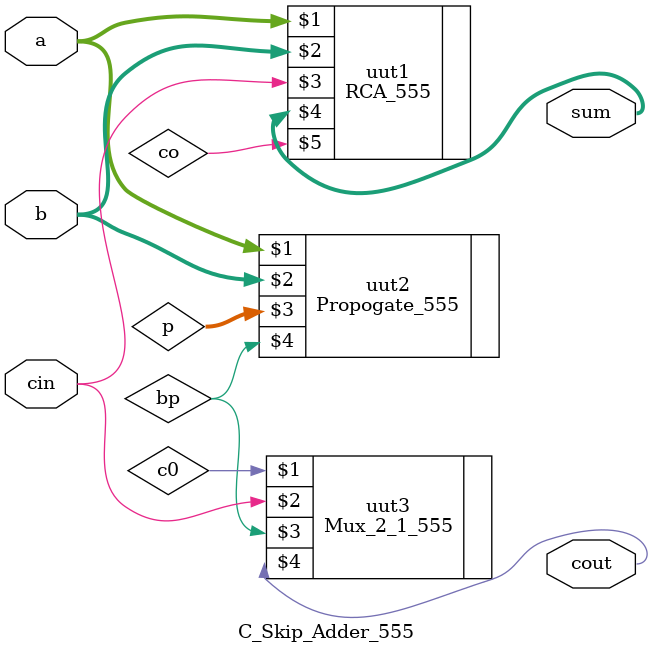
<source format=v>
`timescale 1ns / 1ps


module C_Skip_Adder_555(
input [3:0] a,b,
input cin,
output[3:0]sum,
output cout
);
wire [3:0]p;
wire c0;
wire bp;
RCA_555 uut1 (a[3:0],b[3:0],cin,sum[3:0],co);
Propogate_555 uut2(a,b,p,bp);
Mux_2_1_555 uut3 (c0,cin,bp,cout);
endmodule

</source>
